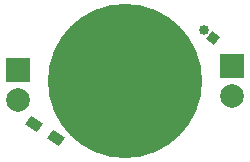
<source format=gbr>
%TF.GenerationSoftware,KiCad,Pcbnew,(6.0.6)*%
%TF.CreationDate,2022-12-21T10:33:16-07:00*%
%TF.ProjectId,Pinecil_LEDring,50696e65-6369-46c5-9f4c-454472696e67,rev?*%
%TF.SameCoordinates,Original*%
%TF.FileFunction,Soldermask,Top*%
%TF.FilePolarity,Negative*%
%FSLAX46Y46*%
G04 Gerber Fmt 4.6, Leading zero omitted, Abs format (unit mm)*
G04 Created by KiCad (PCBNEW (6.0.6)) date 2022-12-21 10:33:16*
%MOMM*%
%LPD*%
G01*
G04 APERTURE LIST*
G04 Aperture macros list*
%AMHorizOval*
0 Thick line with rounded ends*
0 $1 width*
0 $2 $3 position (X,Y) of the first rounded end (center of the circle)*
0 $4 $5 position (X,Y) of the second rounded end (center of the circle)*
0 Add line between two ends*
20,1,$1,$2,$3,$4,$5,0*
0 Add two circle primitives to create the rounded ends*
1,1,$1,$2,$3*
1,1,$1,$4,$5*%
%AMRotRect*
0 Rectangle, with rotation*
0 The origin of the aperture is its center*
0 $1 length*
0 $2 width*
0 $3 Rotation angle, in degrees counterclockwise*
0 Add horizontal line*
21,1,$1,$2,0,0,$3*%
G04 Aperture macros list end*
%ADD10R,2.000000X2.000000*%
%ADD11C,2.000000*%
%ADD12C,13.060000*%
%ADD13RotRect,1.200000X0.900000X326.000000*%
%ADD14RotRect,0.850000X0.850000X230.000000*%
%ADD15HorizOval,0.850000X0.000000X0.000000X0.000000X0.000000X0*%
G04 APERTURE END LIST*
D10*
%TO.C,D1*%
X155058300Y-95758000D03*
D11*
X155058300Y-98298000D03*
%TD*%
D12*
%TO.C,Pinecil LED Ring*%
X145975168Y-97042345D03*
%TD*%
D10*
%TO.C,D2*%
X136897600Y-96113600D03*
D11*
X136897600Y-98653600D03*
%TD*%
D13*
%TO.C,R3*%
X138298059Y-100664888D03*
X140121941Y-101895112D03*
%TD*%
D14*
%TO.C,REF\u002A\u002A*%
X153392623Y-93386994D03*
D15*
X152626579Y-92744206D03*
%TD*%
M02*

</source>
